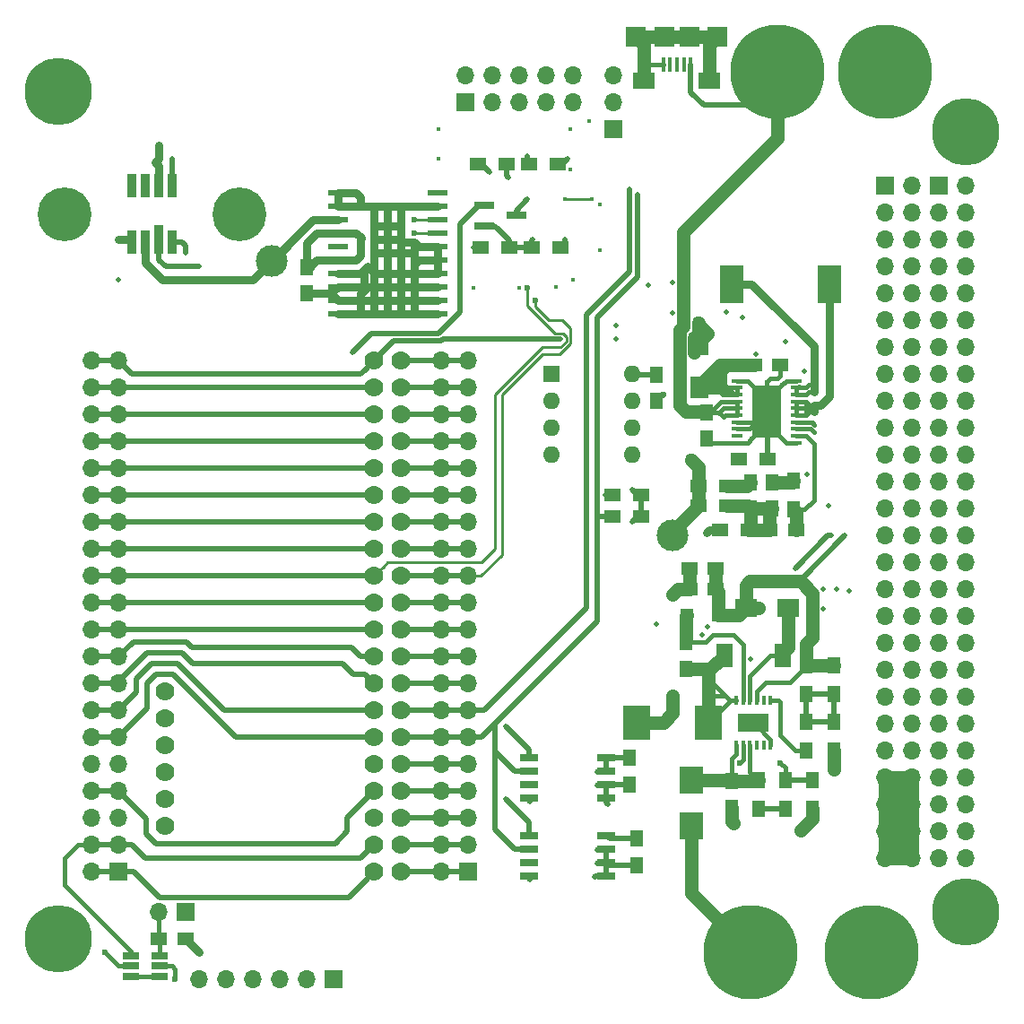
<source format=gbr>
G04 #@! TF.FileFunction,Copper,L1,Top,Signal*
%FSLAX46Y46*%
G04 Gerber Fmt 4.6, Leading zero omitted, Abs format (unit mm)*
G04 Created by KiCad (PCBNEW 4.0.7) date 11/09/17 22:03:39*
%MOMM*%
%LPD*%
G01*
G04 APERTURE LIST*
%ADD10C,0.100000*%
%ADD11R,2.300000X3.600000*%
%ADD12R,1.700000X1.700000*%
%ADD13O,1.700000X1.700000*%
%ADD14R,1.250000X1.500000*%
%ADD15R,1.500000X1.250000*%
%ADD16R,2.300000X2.500000*%
%ADD17R,2.500000X3.300000*%
%ADD18R,1.250000X1.220000*%
%ADD19C,8.890000*%
%ADD20R,0.400000X1.350000*%
%ADD21R,2.100000X1.600000*%
%ADD22R,1.900000X1.900000*%
%ADD23C,3.000000*%
%ADD24R,1.500000X2.200000*%
%ADD25C,1.778000*%
%ADD26R,1.900000X0.800000*%
%ADD27R,1.500000X1.300000*%
%ADD28R,1.700000X2.000000*%
%ADD29R,1.300000X1.500000*%
%ADD30R,2.000000X1.700000*%
%ADD31R,1.950000X0.600000*%
%ADD32R,1.700000X0.650000*%
%ADD33R,1.600000X1.600000*%
%ADD34O,1.600000X1.600000*%
%ADD35R,0.419100X0.889000*%
%ADD36R,2.844800X1.651000*%
%ADD37R,1.560000X0.650000*%
%ADD38R,1.050000X0.450000*%
%ADD39R,2.740000X4.950000*%
%ADD40C,5.080000*%
%ADD41R,0.900000X2.250000*%
%ADD42R,0.900000X2.800000*%
%ADD43C,6.350000*%
%ADD44C,1.270000*%
%ADD45C,0.508000*%
%ADD46C,0.381000*%
%ADD47C,0.600000*%
%ADD48C,1.270000*%
%ADD49C,0.508000*%
%ADD50C,0.762000*%
%ADD51C,0.381000*%
%ADD52C,0.254000*%
G04 APERTURE END LIST*
D10*
D11*
X206646960Y-52679720D03*
X197446960Y-52679720D03*
D12*
X211952960Y-43408720D03*
D13*
X214492960Y-43408720D03*
X211952960Y-45948720D03*
X214492960Y-45948720D03*
X211952960Y-48488720D03*
X214492960Y-48488720D03*
X211952960Y-51028720D03*
X214492960Y-51028720D03*
X211952960Y-53568720D03*
X214492960Y-53568720D03*
X211952960Y-56108720D03*
X214492960Y-56108720D03*
X211952960Y-58648720D03*
X214492960Y-58648720D03*
X211952960Y-61188720D03*
X214492960Y-61188720D03*
X211952960Y-63728720D03*
X214492960Y-63728720D03*
X211952960Y-66268720D03*
X214492960Y-66268720D03*
X211952960Y-68808720D03*
X214492960Y-68808720D03*
X211952960Y-71348720D03*
X214492960Y-71348720D03*
X211952960Y-73888720D03*
X214492960Y-73888720D03*
X211952960Y-76428720D03*
X214492960Y-76428720D03*
X211952960Y-78968720D03*
X214492960Y-78968720D03*
X211952960Y-81508720D03*
X214492960Y-81508720D03*
X211952960Y-84048720D03*
X214492960Y-84048720D03*
X211952960Y-86588720D03*
X214492960Y-86588720D03*
X211952960Y-89128720D03*
X214492960Y-89128720D03*
X211952960Y-91668720D03*
X214492960Y-91668720D03*
X211952960Y-94208720D03*
X214492960Y-94208720D03*
X211952960Y-96748720D03*
X214492960Y-96748720D03*
X211952960Y-99288720D03*
X214492960Y-99288720D03*
X211952960Y-101828720D03*
X214492960Y-101828720D03*
X211952960Y-104368720D03*
X214492960Y-104368720D03*
X211952960Y-106908720D03*
X214492960Y-106908720D03*
D12*
X217032960Y-43408720D03*
D13*
X219572960Y-43408720D03*
X217032960Y-45948720D03*
X219572960Y-45948720D03*
X217032960Y-48488720D03*
X219572960Y-48488720D03*
X217032960Y-51028720D03*
X219572960Y-51028720D03*
X217032960Y-53568720D03*
X219572960Y-53568720D03*
X217032960Y-56108720D03*
X219572960Y-56108720D03*
X217032960Y-58648720D03*
X219572960Y-58648720D03*
X217032960Y-61188720D03*
X219572960Y-61188720D03*
X217032960Y-63728720D03*
X219572960Y-63728720D03*
X217032960Y-66268720D03*
X219572960Y-66268720D03*
X217032960Y-68808720D03*
X219572960Y-68808720D03*
X217032960Y-71348720D03*
X219572960Y-71348720D03*
X217032960Y-73888720D03*
X219572960Y-73888720D03*
X217032960Y-76428720D03*
X219572960Y-76428720D03*
X217032960Y-78968720D03*
X219572960Y-78968720D03*
X217032960Y-81508720D03*
X219572960Y-81508720D03*
X217032960Y-84048720D03*
X219572960Y-84048720D03*
X217032960Y-86588720D03*
X219572960Y-86588720D03*
X217032960Y-89128720D03*
X219572960Y-89128720D03*
X217032960Y-91668720D03*
X219572960Y-91668720D03*
X217032960Y-94208720D03*
X219572960Y-94208720D03*
X217032960Y-96748720D03*
X219572960Y-96748720D03*
X217032960Y-99288720D03*
X219572960Y-99288720D03*
X217032960Y-101828720D03*
X219572960Y-101828720D03*
X217032960Y-104368720D03*
X219572960Y-104368720D03*
X217032960Y-106908720D03*
X219572960Y-106908720D03*
D14*
X157342960Y-51048720D03*
X157342960Y-53548720D03*
X190362960Y-61208720D03*
X190362960Y-63708720D03*
X188457960Y-105023720D03*
X188457960Y-107523720D03*
X187822960Y-97403720D03*
X187822960Y-99903720D03*
D15*
X143392960Y-114528720D03*
X145892960Y-114528720D03*
X199546960Y-60299720D03*
X202046960Y-60299720D03*
D14*
X195061960Y-64764720D03*
X195061960Y-67264720D03*
X197421628Y-99636766D03*
X197421628Y-102136766D03*
X193156960Y-88981720D03*
X193156960Y-86481720D03*
D15*
X195971960Y-79526721D03*
X193471960Y-79526721D03*
X195971960Y-81518760D03*
X193471960Y-81518760D03*
X201050960Y-75920720D03*
X203550960Y-75920720D03*
D14*
X201284960Y-73868720D03*
X201284960Y-71368720D03*
X199252960Y-71368720D03*
X199252960Y-73868720D03*
D16*
X193611628Y-99551720D03*
X193611628Y-103851720D03*
D17*
X195286960Y-94081720D03*
X188486960Y-94081720D03*
D18*
X193231240Y-83921720D03*
X196181240Y-83921720D03*
D12*
X172328960Y-35534720D03*
D13*
X172328960Y-32994720D03*
X174868960Y-35534720D03*
X174868960Y-32994720D03*
X177408960Y-35534720D03*
X177408960Y-32994720D03*
X179948960Y-35534720D03*
X179948960Y-32994720D03*
X182488960Y-35534720D03*
X182488960Y-32994720D03*
D12*
X186298960Y-38074720D03*
D13*
X186298960Y-35534720D03*
X186298960Y-32994720D03*
D12*
X139562960Y-108178720D03*
D13*
X137022960Y-108178720D03*
X139562960Y-105638720D03*
X137022960Y-105638720D03*
X139562960Y-103098720D03*
X137022960Y-103098720D03*
X139562960Y-100558720D03*
X137022960Y-100558720D03*
X139562960Y-98018720D03*
X137022960Y-98018720D03*
X139562960Y-95478720D03*
X137022960Y-95478720D03*
X139562960Y-92938720D03*
X137022960Y-92938720D03*
X139562960Y-90398720D03*
X137022960Y-90398720D03*
X139562960Y-87858720D03*
X137022960Y-87858720D03*
X139562960Y-85318720D03*
X137022960Y-85318720D03*
X139562960Y-82778720D03*
X137022960Y-82778720D03*
X139562960Y-80238720D03*
X137022960Y-80238720D03*
X139562960Y-77698720D03*
X137022960Y-77698720D03*
X139562960Y-75158720D03*
X137022960Y-75158720D03*
X139562960Y-72618720D03*
X137022960Y-72618720D03*
X139562960Y-70078720D03*
X137022960Y-70078720D03*
X139562960Y-67538720D03*
X137022960Y-67538720D03*
X139562960Y-64998720D03*
X137022960Y-64998720D03*
X139562960Y-62458720D03*
X137022960Y-62458720D03*
X139562960Y-59918720D03*
X137022960Y-59918720D03*
D12*
X159882960Y-118338720D03*
D13*
X157342960Y-118338720D03*
X154802960Y-118338720D03*
X152262960Y-118338720D03*
X149722960Y-118338720D03*
X147182960Y-118338720D03*
D12*
X172582960Y-108178720D03*
D13*
X170042960Y-108178720D03*
X172582960Y-105638720D03*
X170042960Y-105638720D03*
X172582960Y-103098720D03*
X170042960Y-103098720D03*
X172582960Y-100558720D03*
X170042960Y-100558720D03*
X172582960Y-98018720D03*
X170042960Y-98018720D03*
X172582960Y-95478720D03*
X170042960Y-95478720D03*
X172582960Y-92938720D03*
X170042960Y-92938720D03*
X172582960Y-90398720D03*
X170042960Y-90398720D03*
X172582960Y-87858720D03*
X170042960Y-87858720D03*
X172582960Y-85318720D03*
X170042960Y-85318720D03*
X172582960Y-82778720D03*
X170042960Y-82778720D03*
X172582960Y-80238720D03*
X170042960Y-80238720D03*
X172582960Y-77698720D03*
X170042960Y-77698720D03*
X172582960Y-75158720D03*
X170042960Y-75158720D03*
X172582960Y-72618720D03*
X170042960Y-72618720D03*
X172582960Y-70078720D03*
X170042960Y-70078720D03*
X172582960Y-67538720D03*
X170042960Y-67538720D03*
X172582960Y-64998720D03*
X170042960Y-64998720D03*
X172582960Y-62458720D03*
X170042960Y-62458720D03*
X172582960Y-59918720D03*
X170042960Y-59918720D03*
D19*
X199252960Y-115798720D03*
X210682960Y-115798720D03*
X201792960Y-32613720D03*
X211952960Y-32613720D03*
D20*
X193582960Y-31978720D03*
X192932960Y-31978720D03*
X192282960Y-31978720D03*
X191632960Y-31978720D03*
X190982960Y-31978720D03*
D21*
X195382960Y-33453720D03*
D22*
X196132960Y-29303720D03*
X193482960Y-29303720D03*
X191082960Y-29303720D03*
X188432960Y-29303720D03*
D21*
X189182960Y-33453720D03*
D23*
X191886960Y-76428720D03*
D12*
X145912960Y-111988720D03*
D13*
X143372960Y-111988720D03*
D23*
X154040960Y-50520720D03*
D24*
X202256960Y-87731720D03*
X196756960Y-87731720D03*
D25*
X163692960Y-108178720D03*
X166232960Y-108178720D03*
X163692960Y-105638720D03*
X166232960Y-105638720D03*
X163692960Y-103098720D03*
X166232960Y-103098720D03*
X163692960Y-100558720D03*
X166232960Y-100558720D03*
X163692960Y-98018720D03*
X166232960Y-98018720D03*
X163692960Y-95478720D03*
X166232960Y-95478720D03*
X163692960Y-92938720D03*
X166232960Y-92938720D03*
X163692960Y-90398720D03*
X166232960Y-90398720D03*
X163692960Y-87858720D03*
X166232960Y-87858720D03*
X163692960Y-85318720D03*
X166232960Y-85318720D03*
X163692960Y-82778720D03*
X166232960Y-82778720D03*
X163692960Y-80238720D03*
X166232960Y-80238720D03*
X163692960Y-77698720D03*
X166232960Y-77698720D03*
X163692960Y-75158720D03*
X166232960Y-75158720D03*
X163692960Y-72618720D03*
X166232960Y-72618720D03*
X163692960Y-70078720D03*
X166232960Y-70078720D03*
X163692960Y-67538720D03*
X166232960Y-67538720D03*
X163692960Y-64998720D03*
X166232960Y-64998720D03*
X163692960Y-62458720D03*
X166232960Y-62458720D03*
X163692960Y-59918720D03*
X166232960Y-59918720D03*
X143912960Y-103868720D03*
X143912960Y-101328720D03*
X143912960Y-98788720D03*
X143912960Y-96248720D03*
X143912960Y-93708720D03*
X143912960Y-91168720D03*
D26*
X174130960Y-45252720D03*
X174130960Y-47152720D03*
X177130960Y-46202720D03*
D27*
X181298960Y-49250720D03*
X178598960Y-49250720D03*
X173772960Y-49250720D03*
X176472960Y-49250720D03*
X178344960Y-41376720D03*
X181044960Y-41376720D03*
X176218960Y-41376720D03*
X173518960Y-41376720D03*
X186218960Y-74650720D03*
X188918960Y-74650720D03*
X186218960Y-72618720D03*
X188918960Y-72618720D03*
X198156960Y-69189720D03*
X200856960Y-69189720D03*
D28*
X194426960Y-62394720D03*
X194426960Y-58394720D03*
D27*
X194346960Y-73634720D03*
X197046960Y-73634720D03*
X199078960Y-75920720D03*
X196378960Y-75920720D03*
D29*
X199961628Y-99536766D03*
X199961628Y-102236766D03*
X202501628Y-102236766D03*
X202501628Y-99536766D03*
X205041628Y-99536766D03*
X205041628Y-102236766D03*
X204461960Y-94001720D03*
X204461960Y-96701720D03*
X207126960Y-94001720D03*
X207126960Y-96701720D03*
X207126960Y-88676721D03*
X207126960Y-91376721D03*
X204461960Y-88676721D03*
X204461960Y-91376721D03*
D30*
X198776960Y-83276680D03*
X202776960Y-83276680D03*
D29*
X203316960Y-71268720D03*
X203316960Y-73968720D03*
D27*
X194346960Y-71729720D03*
X197046960Y-71729720D03*
D31*
X160262960Y-44043720D03*
X160262960Y-45313720D03*
X160262960Y-46583720D03*
X160262960Y-47853720D03*
X160262960Y-49123720D03*
X160262960Y-50393720D03*
X160262960Y-51663720D03*
X160262960Y-52933720D03*
X160262960Y-54203720D03*
X160262960Y-55473720D03*
X169662960Y-55473720D03*
X169662960Y-54203720D03*
X169662960Y-52933720D03*
X169662960Y-51663720D03*
X169662960Y-50393720D03*
X169662960Y-49123720D03*
X169662960Y-47853720D03*
X169662960Y-46583720D03*
X169662960Y-45313720D03*
X169662960Y-44043720D03*
D32*
X178330960Y-104749720D03*
X178330960Y-106019720D03*
X178330960Y-107289720D03*
X178330960Y-108559720D03*
X185630960Y-108559720D03*
X185630960Y-107289720D03*
X185630960Y-106019720D03*
X185630960Y-104749720D03*
X178330960Y-97383720D03*
X178330960Y-98653720D03*
X178330960Y-99923720D03*
X178330960Y-101193720D03*
X185630960Y-101193720D03*
X185630960Y-99923720D03*
X185630960Y-98653720D03*
X185630960Y-97383720D03*
D33*
X180456960Y-61188720D03*
D34*
X188076960Y-68808720D03*
X180456960Y-63728720D03*
X188076960Y-66268720D03*
X180456960Y-66268720D03*
X188076960Y-63728720D03*
X180456960Y-68808720D03*
X188076960Y-61188720D03*
D35*
X197881360Y-96202620D03*
X198531600Y-96202620D03*
X199181840Y-96202620D03*
X199832080Y-96202620D03*
X200482320Y-96202620D03*
X201132560Y-96202620D03*
X201132560Y-91960820D03*
X200482320Y-91960820D03*
X199832080Y-91960820D03*
X199181840Y-91960820D03*
X198531600Y-91960820D03*
X197881360Y-91960820D03*
D36*
X199506960Y-94081720D03*
D37*
X140752960Y-116118720D03*
X140752960Y-117068720D03*
X140752960Y-118018720D03*
X143452960Y-118018720D03*
X143452960Y-116118720D03*
X143452960Y-117068720D03*
D38*
X197976960Y-61819720D03*
X197976960Y-62469720D03*
X197976960Y-63119720D03*
X197976960Y-63769720D03*
X197976960Y-64419720D03*
X197976960Y-65069720D03*
X197976960Y-65719720D03*
X197976960Y-66369720D03*
X197976960Y-67019720D03*
X197976960Y-67669720D03*
X203576960Y-67669720D03*
X203576960Y-67019720D03*
X203576960Y-66369720D03*
X203576960Y-65719720D03*
X203576960Y-65069720D03*
X203576960Y-64419720D03*
X203576960Y-63769720D03*
X203576960Y-63119720D03*
X203576960Y-62469720D03*
X203576960Y-61819720D03*
D39*
X200776960Y-64744720D03*
D40*
X134467960Y-46083720D03*
D41*
X144622960Y-43408720D03*
X143372960Y-43408720D03*
X142072960Y-43408720D03*
X140822960Y-43408720D03*
X140822960Y-48758720D03*
X142072960Y-48758720D03*
D42*
X143372960Y-48483720D03*
D41*
X144622960Y-48758720D03*
D40*
X150977960Y-46083720D03*
D43*
X133847960Y-34518720D03*
X219572960Y-38328720D03*
X133847960Y-114528720D03*
X219572960Y-111988720D03*
D44*
X193944371Y-59156720D03*
D45*
X191861550Y-52552720D03*
D44*
X194325370Y-56362720D03*
X193944371Y-57782741D03*
D46*
X180837960Y-52933720D03*
D45*
X204332960Y-60934720D03*
X198490960Y-55854720D03*
X207380960Y-81508720D03*
X194680960Y-85826720D03*
D44*
X195188960Y-57378720D03*
D45*
X188076960Y-72110720D03*
X188076960Y-75158720D03*
D46*
X176392960Y-42646720D03*
X184774960Y-98780720D03*
X173090960Y-53060720D03*
X185028960Y-49504720D03*
X184012960Y-37312720D03*
X169788960Y-38074720D03*
D45*
X158299450Y-47853720D03*
X158299450Y-50393720D03*
X162454737Y-48351908D03*
X139562960Y-48488720D03*
X157342960Y-49536720D03*
X162422960Y-49970720D03*
X191861550Y-55416390D03*
D47*
X190997960Y-63093720D03*
D45*
X202554960Y-58140720D03*
X196966960Y-55346720D03*
X199760960Y-59268318D03*
X189600960Y-52806720D03*
X186552960Y-57886720D03*
X186552960Y-56616720D03*
X204586960Y-70626720D03*
X206618958Y-73634720D03*
X208523960Y-81635720D03*
X190362960Y-84810720D03*
X195188960Y-85064720D03*
X199252960Y-88112720D03*
D46*
X175376960Y-47472720D03*
X181980960Y-40868720D03*
X176392960Y-48488720D03*
X178678960Y-48488720D03*
X184774960Y-106146720D03*
X184774960Y-107416720D03*
X184520960Y-108686720D03*
X178424960Y-108940720D03*
X184774960Y-100050720D03*
X185790960Y-101828720D03*
X178424960Y-101574720D03*
X182234960Y-41884720D03*
X182488960Y-52298720D03*
X185028960Y-45186720D03*
X182234964Y-38074720D03*
X169788960Y-40868724D03*
X177408962Y-53060720D03*
D47*
X195061960Y-76174720D03*
D46*
X200776960Y-64744720D03*
X200776960Y-61888720D03*
X199341960Y-62204720D03*
X202211960Y-62204720D03*
X202046960Y-67119720D03*
X198871960Y-65719720D03*
X199151960Y-66369720D03*
X199341960Y-67284720D03*
X196966960Y-67669720D03*
X190362960Y-31978720D03*
D47*
X195382960Y-30708720D03*
X195382960Y-31978720D03*
X193482960Y-29303720D03*
X191082960Y-29303720D03*
X189182960Y-30708720D03*
X189182960Y-31978720D03*
D46*
X200141960Y-94716720D03*
X200776960Y-95351720D03*
X201132560Y-95707320D03*
D47*
X199506960Y-94081720D03*
X207126960Y-98526720D03*
X203951960Y-104241720D03*
X197601960Y-103606720D03*
X191886960Y-82016720D03*
X191886960Y-91541720D03*
D45*
X163048393Y-51038287D03*
X162730926Y-53247941D03*
X143052835Y-41201595D03*
X139562960Y-52298720D03*
X143372960Y-40868720D03*
X143372960Y-39598720D03*
X162422960Y-54203720D03*
X161999960Y-44043720D03*
X167502960Y-55473720D03*
X167502960Y-54203720D03*
X167502960Y-52933720D03*
X167502960Y-51663720D03*
X167502960Y-49758720D03*
X167502960Y-48700720D03*
X167502960Y-45313720D03*
X162422960Y-45313720D03*
X162422960Y-55473720D03*
D47*
X138292960Y-115798720D03*
X147182960Y-115798720D03*
D45*
X203472960Y-79508720D03*
X206872960Y-76428720D03*
D44*
X193156960Y-64744720D03*
D46*
X205272294Y-65950904D03*
X196712960Y-65252718D03*
D44*
X196331960Y-62204720D03*
X193664960Y-69316720D03*
D45*
X208142960Y-76428720D03*
D44*
X200014960Y-83286720D03*
D46*
X201284960Y-73868720D03*
X205221960Y-66649720D03*
D47*
X167502960Y-47853720D03*
D45*
X187822960Y-50012720D03*
X183758960Y-55600720D03*
X206110960Y-81508720D03*
X183758960Y-83286720D03*
X183758960Y-72618720D03*
X185536960Y-72618720D03*
D46*
X176138960Y-94462720D03*
X176138960Y-90906720D03*
X176138960Y-101320720D03*
X183758960Y-68808720D03*
X187822960Y-43690720D03*
D47*
X167502960Y-46583720D03*
D45*
X188584960Y-49250720D03*
X187314960Y-53314720D03*
X206110960Y-83332720D03*
X184774960Y-84556720D03*
D46*
X184774960Y-66268720D03*
X188584960Y-44190720D03*
X174614960Y-42138720D03*
X178170960Y-44678720D03*
X184266960Y-44678720D03*
X181726960Y-44678720D03*
D45*
X144642960Y-40868720D03*
X145912960Y-49758720D03*
X147182960Y-51028720D03*
D47*
X178170960Y-53060720D03*
X144914034Y-118338720D03*
D46*
X161660960Y-59156720D03*
X181307870Y-57886720D03*
D47*
X178932960Y-54203720D03*
D46*
X181726960Y-48488720D03*
X173090960Y-49190720D03*
X178170960Y-40614720D03*
D47*
X202046960Y-97891720D03*
X198236960Y-97891720D03*
D48*
X194426960Y-58394720D02*
X193944371Y-58877309D01*
X194325370Y-57401742D02*
X193944371Y-57782741D01*
X194426960Y-58394720D02*
X193944371Y-57912131D01*
X194325370Y-56515130D02*
X194325370Y-56362720D01*
X195188960Y-57378720D02*
X194325370Y-56515130D01*
X193944371Y-57782741D02*
X193944371Y-59156720D01*
X193944371Y-57912131D02*
X193944371Y-57782741D01*
X194325370Y-56362720D02*
X194325370Y-57401742D01*
X193944371Y-58877309D02*
X193944371Y-59156720D01*
D49*
X185630960Y-97383720D02*
X187802960Y-97383720D01*
X187802960Y-97383720D02*
X187822960Y-97403720D01*
X188457960Y-105023720D02*
X185904960Y-105023720D01*
X185904960Y-105023720D02*
X185630960Y-104749720D01*
X190362960Y-61208720D02*
X188096960Y-61208720D01*
X188096960Y-61208720D02*
X188076960Y-61188720D01*
D48*
X194426960Y-58394720D02*
X194426960Y-58140720D01*
X194426960Y-58140720D02*
X195188960Y-57378720D01*
D49*
X188918960Y-72618720D02*
X188584960Y-72618720D01*
X188584960Y-72618720D02*
X188076960Y-72110720D01*
X188918960Y-74650720D02*
X188584960Y-74650720D01*
X188584960Y-74650720D02*
X188076960Y-75158720D01*
X188918960Y-72618720D02*
X188918960Y-74650720D01*
X176218960Y-41376720D02*
X176218960Y-42472720D01*
X176218960Y-42472720D02*
X176392960Y-42646720D01*
X185630960Y-98653720D02*
X184901960Y-98653720D01*
X184901960Y-98653720D02*
X184774960Y-98780720D01*
X185630960Y-98653720D02*
X185630960Y-97383720D01*
D50*
X158045451Y-48107719D02*
X158299450Y-47853720D01*
X157342960Y-49536720D02*
X157342960Y-48810210D01*
X160262960Y-47853720D02*
X158299450Y-47853720D01*
X158045451Y-50647719D02*
X158299450Y-50393720D01*
X157342960Y-51048720D02*
X157644450Y-51048720D01*
X160262960Y-50393720D02*
X158299450Y-50393720D01*
X157644450Y-51048720D02*
X158045451Y-50647719D01*
X157342960Y-48810210D02*
X158045451Y-48107719D01*
X162422960Y-48383685D02*
X162454737Y-48351908D01*
X162454737Y-48308497D02*
X162454737Y-48351908D01*
X162422960Y-49970720D02*
X162422960Y-48383685D01*
X161999960Y-47853720D02*
X162454737Y-48308497D01*
X160262960Y-47853720D02*
X161999960Y-47853720D01*
X139562960Y-48488720D02*
X140552960Y-48488720D01*
X140552960Y-48488720D02*
X140822960Y-48758720D01*
X157342960Y-49536720D02*
X157342960Y-51048720D01*
X162422960Y-49970720D02*
X161999960Y-50393720D01*
X161999960Y-50393720D02*
X160262960Y-50393720D01*
D49*
X185630960Y-99923720D02*
X187802960Y-99923720D01*
X187802960Y-99923720D02*
X187822960Y-99903720D01*
X188457960Y-107523720D02*
X185864960Y-107523720D01*
X185864960Y-107523720D02*
X185630960Y-107289720D01*
X190362960Y-63708720D02*
X190382960Y-63708720D01*
X190382960Y-63708720D02*
X190997960Y-63093720D01*
D50*
X167143750Y-48700720D02*
X167502960Y-48700720D01*
X166444960Y-48700720D02*
X167143750Y-48700720D01*
X166232960Y-48488720D02*
X166444960Y-48700720D01*
D49*
X200856960Y-69189720D02*
X200856960Y-64824720D01*
X200856960Y-64824720D02*
X200776960Y-64744720D01*
X175376960Y-47472720D02*
X176392960Y-48488720D01*
X175056960Y-47152720D02*
X175376960Y-47472720D01*
X174130960Y-47152720D02*
X175056960Y-47152720D01*
X181044960Y-41376720D02*
X181472960Y-41376720D01*
X181472960Y-41376720D02*
X181980960Y-40868720D01*
X176472960Y-49250720D02*
X176472960Y-48568720D01*
X176472960Y-48568720D02*
X176392960Y-48488720D01*
X176472960Y-49250720D02*
X178598960Y-49250720D01*
X178598960Y-49250720D02*
X178598960Y-48568720D01*
X178598960Y-48568720D02*
X178678960Y-48488720D01*
X185630960Y-106019720D02*
X184901960Y-106019720D01*
X184901960Y-106019720D02*
X184774960Y-106146720D01*
X185630960Y-107289720D02*
X184901960Y-107289720D01*
X184901960Y-107289720D02*
X184774960Y-107416720D01*
X185630960Y-108559720D02*
X184647960Y-108559720D01*
X184647960Y-108559720D02*
X184520960Y-108686720D01*
X178330960Y-108559720D02*
X178330960Y-108846720D01*
X178330960Y-108846720D02*
X178424960Y-108940720D01*
X185630960Y-99923720D02*
X184901960Y-99923720D01*
X184901960Y-99923720D02*
X184774960Y-100050720D01*
X185630960Y-101193720D02*
X185630960Y-101668720D01*
X185630960Y-101668720D02*
X185790960Y-101828720D01*
X178330960Y-101193720D02*
X178330960Y-101480720D01*
X178330960Y-101480720D02*
X178424960Y-101574720D01*
X185630960Y-107289720D02*
X185630960Y-108559720D01*
X185630960Y-106019720D02*
X185630960Y-107289720D01*
X185630960Y-99923720D02*
X185630960Y-101193720D01*
D50*
X196378960Y-75920720D02*
X195315960Y-75920720D01*
X195315960Y-75920720D02*
X195061960Y-76174720D01*
D51*
X194961960Y-67364720D02*
X195061960Y-67264720D01*
X199341960Y-62204720D02*
X200776960Y-63639720D01*
X198956960Y-61819720D02*
X199341960Y-62204720D01*
X202211960Y-62204720D02*
X200776960Y-63639720D01*
X202596960Y-61819720D02*
X202211960Y-62204720D01*
X202596960Y-67669720D02*
X202046960Y-67119720D01*
X200776960Y-64744720D02*
X200776960Y-65849720D01*
X200776960Y-65849720D02*
X202046960Y-67119720D01*
X198871960Y-65719720D02*
X199801960Y-65719720D01*
X197976960Y-65719720D02*
X198871960Y-65719720D01*
X199341960Y-67284720D02*
X200776960Y-65849720D01*
X198956960Y-67669720D02*
X199341960Y-67284720D01*
X196966960Y-67669720D02*
X197976960Y-67669720D01*
X195466960Y-67669720D02*
X196966960Y-67669720D01*
X195061960Y-67264720D02*
X195466960Y-67669720D01*
X201782960Y-61569720D02*
X201095960Y-61569720D01*
X201095960Y-61569720D02*
X200776960Y-61888720D01*
X200776960Y-61888720D02*
X200776960Y-64744720D01*
X202046960Y-60299720D02*
X202046960Y-61305720D01*
X202046960Y-61305720D02*
X201782960Y-61569720D01*
X203576960Y-61819720D02*
X202596960Y-61819720D01*
X200776960Y-63639720D02*
X200776960Y-64744720D01*
X197976960Y-61819720D02*
X198956960Y-61819720D01*
X203576960Y-67669720D02*
X202596960Y-67669720D01*
X197976960Y-67669720D02*
X198956960Y-67669720D01*
X197976960Y-66369720D02*
X199151960Y-66369720D01*
X199151960Y-66369720D02*
X200776960Y-64744720D01*
X199801960Y-65719720D02*
X200776960Y-64744720D01*
X190362960Y-31978720D02*
X189182960Y-31978720D01*
X190982960Y-31978720D02*
X190362960Y-31978720D01*
D48*
X195382960Y-30708720D02*
X195382960Y-30053720D01*
X195382960Y-31978720D02*
X195382960Y-30708720D01*
X195382960Y-33453720D02*
X195382960Y-31978720D01*
X189182960Y-30708720D02*
X189182960Y-30053720D01*
X189182960Y-31978720D02*
X189182960Y-30708720D01*
X189182960Y-33453720D02*
X189182960Y-31978720D01*
X189182960Y-30053720D02*
X188432960Y-29303720D01*
X195382960Y-30053720D02*
X196132960Y-29303720D01*
X193482960Y-29303720D02*
X196132960Y-29303720D01*
X191082960Y-29303720D02*
X193482960Y-29303720D01*
X188432960Y-29303720D02*
X191082960Y-29303720D01*
D51*
X200776960Y-95351720D02*
X200141960Y-94716720D01*
X199506960Y-94081720D02*
X200141960Y-94716720D01*
X201132560Y-95707320D02*
X200776960Y-95351720D01*
X201132560Y-96202620D02*
X201132560Y-95707320D01*
D48*
X207126960Y-96701720D02*
X207126960Y-98526720D01*
X205041628Y-102236766D02*
X205041628Y-103152052D01*
X205041628Y-103152052D02*
X203951960Y-104241720D01*
X197421628Y-102136766D02*
X197421628Y-103426388D01*
X197421628Y-103426388D02*
X197601960Y-103606720D01*
X193471960Y-81518760D02*
X192384920Y-81518760D01*
X192384920Y-81518760D02*
X191886960Y-82016720D01*
X193471960Y-79526721D02*
X193471960Y-81518760D01*
X191886960Y-93201720D02*
X191886960Y-91541720D01*
X188486960Y-94081720D02*
X191006960Y-94081720D01*
X191006960Y-94081720D02*
X191886960Y-93201720D01*
D50*
X162984925Y-52993942D02*
X162730926Y-53247941D01*
X162476927Y-53501940D02*
X162730926Y-53247941D01*
X163302392Y-51292286D02*
X163048393Y-51038287D01*
X160262960Y-51663720D02*
X162422960Y-51663720D01*
X162422960Y-51663720D02*
X162794394Y-51292286D01*
X162416705Y-52933720D02*
X162476927Y-52993942D01*
X160262960Y-52933720D02*
X162416705Y-52933720D01*
X162476927Y-52993942D02*
X162730926Y-53247941D01*
X162422960Y-53555907D02*
X162476927Y-53501940D01*
X163692960Y-52933720D02*
X163045147Y-52933720D01*
X162794394Y-51292286D02*
X163048393Y-51038287D01*
X162422960Y-54203720D02*
X162422960Y-53555907D01*
X163692960Y-51663720D02*
X163673826Y-51663720D01*
X163673826Y-51663720D02*
X163302392Y-51292286D01*
X163045147Y-52933720D02*
X162984925Y-52993942D01*
X162730926Y-53247941D02*
X162730926Y-51355754D01*
X162730926Y-51355754D02*
X162794394Y-51292286D01*
X143372960Y-41521720D02*
X143052835Y-41201595D01*
X143372960Y-43408720D02*
X143372960Y-41521720D01*
X143372960Y-40868720D02*
X143052835Y-41188845D01*
X143052835Y-41188845D02*
X143052835Y-41201595D01*
X157342960Y-53548720D02*
X159647960Y-53548720D01*
X159647960Y-53548720D02*
X160262960Y-52933720D01*
X157342960Y-53548720D02*
X159607960Y-53548720D01*
X159607960Y-53548720D02*
X160262960Y-54203720D01*
X143372960Y-40868720D02*
X143372960Y-39598720D01*
X167502960Y-49758720D02*
X167502960Y-51028720D01*
X167502960Y-51028720D02*
X167502960Y-51663720D01*
X169662960Y-50393720D02*
X167925960Y-50393720D01*
X167925960Y-50393720D02*
X167502960Y-50816720D01*
X167502960Y-50816720D02*
X167502960Y-51028720D01*
X161999960Y-45313720D02*
X162422960Y-45313720D01*
X162422960Y-45313720D02*
X163692960Y-45313720D01*
X160262960Y-44043720D02*
X161999960Y-44043720D01*
X161999960Y-44043720D02*
X162422960Y-44466720D01*
X162422960Y-44466720D02*
X162422960Y-45313720D01*
X167502960Y-48700720D02*
X167502960Y-49758720D01*
X166232960Y-49758720D02*
X167502960Y-49758720D01*
X166232960Y-51663720D02*
X166232960Y-49758720D01*
X166232960Y-49758720D02*
X166232960Y-48488720D01*
X164962960Y-49758720D02*
X166232960Y-49758720D01*
X163692960Y-49758720D02*
X163692960Y-48488720D01*
X163692960Y-51663720D02*
X163692960Y-49758720D01*
X163692960Y-49758720D02*
X164962960Y-49758720D01*
X164962960Y-48488720D02*
X164962960Y-49758720D01*
X164962960Y-49758720D02*
X164962960Y-51663720D01*
X166232960Y-48488720D02*
X166232960Y-47218720D01*
X166232960Y-48488720D02*
X164962960Y-48488720D01*
X163692960Y-48488720D02*
X163692960Y-47218720D01*
X164962960Y-47218720D02*
X164962960Y-48488720D01*
X163692960Y-48488720D02*
X164962960Y-48488720D01*
X163692960Y-47218720D02*
X163692960Y-45313720D01*
X164962960Y-47218720D02*
X163692960Y-47218720D01*
X164962960Y-45313720D02*
X164962960Y-47218720D01*
X166232960Y-47218720D02*
X164962960Y-47218720D01*
X166232960Y-47218720D02*
X166232960Y-45313720D01*
X162422960Y-55473720D02*
X160262960Y-55473720D01*
X163692960Y-55473720D02*
X162422960Y-55473720D01*
X161999960Y-54203720D02*
X162422960Y-54203720D01*
X162422960Y-54203720D02*
X163692960Y-54203720D01*
X162422960Y-55473720D02*
X162422960Y-54203720D01*
X163692960Y-45313720D02*
X164962960Y-45313720D01*
X163692960Y-52933720D02*
X163692960Y-51663720D01*
X163692960Y-51663720D02*
X164962960Y-51663720D01*
X163692960Y-52933720D02*
X164962960Y-52933720D01*
X163692960Y-54203720D02*
X163692960Y-52933720D01*
X163692960Y-54203720D02*
X164962960Y-54203720D01*
X164962960Y-55473720D02*
X163692960Y-55473720D01*
X163692960Y-55473720D02*
X163692960Y-54203720D01*
X166232960Y-55473720D02*
X164962960Y-55473720D01*
X164962960Y-54203720D02*
X164962960Y-55473720D01*
X164962960Y-54203720D02*
X166232960Y-54203720D01*
X164962960Y-52933720D02*
X164962960Y-54203720D01*
X164962960Y-52933720D02*
X166232960Y-52933720D01*
X164962960Y-51663720D02*
X164962960Y-52933720D01*
X164962960Y-45313720D02*
X166232960Y-45313720D01*
X164962960Y-51663720D02*
X166232960Y-51663720D01*
X166232960Y-45313720D02*
X167502960Y-45313720D01*
X166232960Y-51663720D02*
X167502960Y-51663720D01*
X166232960Y-52933720D02*
X166232960Y-51663720D01*
X166232960Y-52933720D02*
X167502960Y-52933720D01*
X166232960Y-54203720D02*
X166232960Y-52933720D01*
X167502960Y-55473720D02*
X166232960Y-55473720D01*
X166232960Y-54203720D02*
X167502960Y-54203720D01*
X166232960Y-55473720D02*
X166232960Y-54203720D01*
X167925960Y-55473720D02*
X167502960Y-55473720D01*
X167502960Y-54203720D02*
X167502960Y-55473720D01*
X167502960Y-54203720D02*
X169662960Y-54203720D01*
X167502960Y-52933720D02*
X167502960Y-54203720D01*
X167502960Y-52933720D02*
X169662960Y-52933720D01*
X167502960Y-51663720D02*
X167502960Y-52933720D01*
X167502960Y-51663720D02*
X169662960Y-51663720D01*
X167502960Y-45313720D02*
X169662960Y-45313720D01*
X169662960Y-49123720D02*
X167925960Y-49123720D01*
X167925960Y-49123720D02*
X167502960Y-48700720D01*
X169662960Y-55473720D02*
X167925960Y-55473720D01*
X160262960Y-54203720D02*
X161999960Y-54203720D01*
X169662960Y-50393720D02*
X169662960Y-49123720D01*
X169662960Y-51663720D02*
X169662960Y-50393720D01*
X160262960Y-45313720D02*
X161999960Y-45313720D01*
X160262960Y-44043720D02*
X160262960Y-45313720D01*
D51*
X140752960Y-117068720D02*
X139562960Y-117068720D01*
X139562960Y-117068720D02*
X138292960Y-115798720D01*
D50*
X145912960Y-114528720D02*
X147182960Y-115798720D01*
X145892960Y-114528720D02*
X145912960Y-114528720D01*
D51*
X143392960Y-114528720D02*
X143392960Y-112008720D01*
X143392960Y-112008720D02*
X143372960Y-111988720D01*
X143452960Y-116118720D02*
X143452960Y-114608720D01*
X143452960Y-114608720D02*
X143372960Y-114528720D01*
D48*
X201792960Y-32613720D02*
X201792960Y-38899899D01*
X192521961Y-57032397D02*
X192521961Y-64109721D01*
X201792960Y-38899899D02*
X192902960Y-47789899D01*
X192902960Y-47789899D02*
X192902960Y-56651398D01*
X192902960Y-56651398D02*
X192521961Y-57032397D01*
X192521961Y-64109721D02*
X193156960Y-64744720D01*
D49*
X206872960Y-76428720D02*
X206552960Y-76428720D01*
X206552960Y-76428720D02*
X203472960Y-79508720D01*
D48*
X193156960Y-64744720D02*
X195041960Y-64744720D01*
X195041960Y-64744720D02*
X195061960Y-64764720D01*
X214492960Y-104368720D02*
X211952960Y-106908720D01*
X214492960Y-106908720D02*
X211952960Y-104368720D01*
X211952960Y-101828720D02*
X214492960Y-104368720D01*
X214492960Y-101828720D02*
X211952960Y-104368720D01*
X211952960Y-99288720D02*
X214492960Y-101828720D01*
X214492960Y-99288720D02*
X211952960Y-101828720D01*
X214492960Y-104368720D02*
X214492960Y-101828720D01*
X211952960Y-106908720D02*
X211952960Y-104368720D01*
X214492960Y-106908720D02*
X211952960Y-106908720D01*
X214492960Y-104368720D02*
X214492960Y-106908720D01*
X211952960Y-104368720D02*
X214492960Y-104368720D01*
X211952960Y-101828720D02*
X211952960Y-104368720D01*
X211952960Y-99288720D02*
X211952960Y-101828720D01*
X214492960Y-101828720D02*
X211952960Y-101828720D01*
X214492960Y-99288720D02*
X214492960Y-101828720D01*
X211952960Y-99288720D02*
X214492960Y-99288720D01*
D51*
X205041110Y-65719720D02*
X205081795Y-65760405D01*
X203576960Y-65719720D02*
X205041110Y-65719720D01*
X205081795Y-65760405D02*
X205272294Y-65950904D01*
X196895958Y-65069720D02*
X196712960Y-65252718D01*
X197976960Y-65069720D02*
X196895958Y-65069720D01*
X196522461Y-65062219D02*
X196712960Y-65252718D01*
X196224960Y-64764720D02*
X196522461Y-65062219D01*
X195432960Y-64764720D02*
X196224960Y-64764720D01*
X195061960Y-64764720D02*
X196224960Y-64764720D01*
X195061960Y-64764720D02*
X195432960Y-64764720D01*
X195061960Y-64764720D02*
X196311960Y-64764720D01*
X195432960Y-64764720D02*
X196427960Y-63769720D01*
X196427960Y-63769720D02*
X197976960Y-63769720D01*
X196311960Y-64764720D02*
X196656960Y-64419720D01*
X196656960Y-64419720D02*
X197976960Y-64419720D01*
X197976960Y-64419720D02*
X197976960Y-65069720D01*
X197976960Y-63769720D02*
X197976960Y-64419720D01*
D49*
X193582960Y-31978720D02*
X193582960Y-34563720D01*
X193582960Y-34563720D02*
X194807960Y-35788720D01*
X194807960Y-35788720D02*
X198617960Y-35788720D01*
X198617960Y-35788720D02*
X201792960Y-32613720D01*
D48*
X191886960Y-76428720D02*
X191886960Y-76094720D01*
X191886960Y-76094720D02*
X194346960Y-73634720D01*
D51*
X197070960Y-63119720D02*
X196611960Y-63119720D01*
X196611960Y-63119720D02*
X196141960Y-62649720D01*
X196141960Y-62649720D02*
X196141960Y-62394720D01*
X197070960Y-63119720D02*
X197070960Y-62943720D01*
X197070960Y-62943720D02*
X196331960Y-62204720D01*
D48*
X194426960Y-62394720D02*
X196141960Y-62394720D01*
X196141960Y-62394720D02*
X196331960Y-62204720D01*
X194426960Y-62394720D02*
X194426960Y-62244720D01*
X196371960Y-60299720D02*
X196966960Y-60299720D01*
X194426960Y-62244720D02*
X196371960Y-60299720D01*
X194346960Y-71729720D02*
X194346960Y-69998720D01*
X194346960Y-69998720D02*
X193664960Y-69316720D01*
X194346960Y-73634720D02*
X194346960Y-71729720D01*
D51*
X197070960Y-63119720D02*
X197070960Y-62469720D01*
X197070960Y-63119720D02*
X196790960Y-62839720D01*
X196790960Y-62839720D02*
X196331960Y-62380720D01*
X197976960Y-62469720D02*
X197070960Y-62469720D01*
X197070960Y-62469720D02*
X196790960Y-62749720D01*
X196790960Y-62749720D02*
X196790960Y-62839720D01*
X197976960Y-63119720D02*
X197676960Y-63119720D01*
X197676960Y-63119720D02*
X197070960Y-62513720D01*
X197070960Y-62513720D02*
X197070960Y-62469720D01*
X197976960Y-62469720D02*
X197976960Y-63119720D01*
X197070960Y-62469720D02*
X196805960Y-62204720D01*
X196805960Y-62204720D02*
X196331960Y-62204720D01*
X197976960Y-63119720D02*
X197070960Y-63119720D01*
X196331960Y-62380720D02*
X196331960Y-62204720D01*
D48*
X196331960Y-60934720D02*
X196331960Y-62204720D01*
X196966960Y-60299720D02*
X196331960Y-60934720D01*
X197526960Y-60299720D02*
X196966960Y-60299720D01*
X199546960Y-60299720D02*
X197526960Y-60299720D01*
D51*
X197881360Y-97028120D02*
X197421628Y-97487852D01*
X197881360Y-96202620D02*
X197881360Y-97028120D01*
X197421628Y-97487852D02*
X197421628Y-99636766D01*
X199181840Y-96202620D02*
X199181840Y-98756978D01*
X199181840Y-98756978D02*
X199961628Y-99536766D01*
D48*
X193611628Y-99551720D02*
X197336582Y-99551720D01*
X197336582Y-99551720D02*
X197421628Y-99636766D01*
X197421628Y-99636766D02*
X199861628Y-99636766D01*
X199861628Y-99636766D02*
X199961628Y-99536766D01*
D51*
X197881360Y-91960820D02*
X197290810Y-91960820D01*
X197290810Y-91960820D02*
X195286960Y-89956970D01*
X195286960Y-89956970D02*
X195286960Y-89201720D01*
D48*
X195286960Y-94081720D02*
X195286960Y-91541720D01*
X195286960Y-91541720D02*
X195286960Y-89201720D01*
D51*
X197290810Y-91960820D02*
X196871710Y-91541720D01*
X196871710Y-91541720D02*
X195286960Y-91541720D01*
X197881360Y-91960820D02*
X197407860Y-91960820D01*
X197407860Y-91960820D02*
X195286960Y-94081720D01*
D48*
X193156960Y-88981720D02*
X195066960Y-88981720D01*
X195066960Y-88981720D02*
X195286960Y-89201720D01*
X195286960Y-89201720D02*
X196756960Y-87731720D01*
X193131559Y-84021401D02*
X193231240Y-83921720D01*
X193131559Y-86456319D02*
X193131559Y-84021401D01*
X193156960Y-86481720D02*
X193131559Y-86456319D01*
D51*
X195696960Y-85826720D02*
X195041960Y-86481720D01*
X195041960Y-86481720D02*
X193156960Y-86481720D01*
X197601960Y-85826720D02*
X195696960Y-85826720D01*
X198531600Y-86756360D02*
X197601960Y-85826720D01*
X198531600Y-91960820D02*
X198531600Y-86756360D01*
D48*
X204461960Y-86656721D02*
X204461960Y-88676721D01*
X205069559Y-81864319D02*
X205069559Y-86049122D01*
X203951960Y-80746720D02*
X205069559Y-81864319D01*
X205069559Y-86049122D02*
X204461960Y-86656721D01*
D49*
X208142960Y-76428720D02*
X203951960Y-80619720D01*
X203951960Y-80619720D02*
X203951960Y-80746720D01*
D48*
X198776960Y-83276680D02*
X200004920Y-83276680D01*
X200004920Y-83276680D02*
X200014960Y-83286720D01*
X204461960Y-88676721D02*
X207126960Y-88676721D01*
X199186920Y-80746720D02*
X203951960Y-80746720D01*
X198776960Y-83276680D02*
X198776960Y-81156680D01*
X198776960Y-81156680D02*
X199186920Y-80746720D01*
D50*
X198926960Y-83276680D02*
X198776960Y-83276680D01*
D51*
X202966961Y-90271720D02*
X200695680Y-90271720D01*
X200695680Y-90271720D02*
X199832080Y-91135320D01*
X199832080Y-91135320D02*
X199832080Y-91960820D01*
X204461960Y-88676721D02*
X204461960Y-88776721D01*
X204461960Y-88776721D02*
X202966961Y-90271720D01*
D48*
X195971960Y-81518760D02*
X195971960Y-79526721D01*
X196181240Y-83921720D02*
X196181240Y-81728040D01*
X196181240Y-81728040D02*
X195971960Y-81518760D01*
X196181240Y-83921720D02*
X198131920Y-83921720D01*
X198131920Y-83921720D02*
X198776960Y-83276680D01*
D51*
X203576960Y-66369720D02*
X204941960Y-66369720D01*
X204941960Y-66369720D02*
X205221960Y-66649720D01*
D48*
X199252960Y-73868720D02*
X199252960Y-75746720D01*
X199252960Y-75746720D02*
X199078960Y-75920720D01*
X201050960Y-75920720D02*
X199078960Y-75920720D01*
X201050960Y-75920720D02*
X201050960Y-74102720D01*
X201050960Y-74102720D02*
X201284960Y-73868720D01*
X199252960Y-73868720D02*
X201284960Y-73868720D01*
X197046960Y-73634720D02*
X199018960Y-73634720D01*
X199018960Y-73634720D02*
X199252960Y-73868720D01*
D51*
X205221960Y-73094720D02*
X205221960Y-67758720D01*
X205221960Y-67758720D02*
X204482960Y-67019720D01*
X204482960Y-67019720D02*
X203576960Y-67019720D01*
X203316960Y-73968720D02*
X204347960Y-73968720D01*
X204347960Y-73968720D02*
X205221960Y-73094720D01*
D48*
X203550960Y-75920720D02*
X203550960Y-74202720D01*
X203550960Y-74202720D02*
X203316960Y-73968720D01*
X201284960Y-71368720D02*
X203216960Y-71368720D01*
X203216960Y-71368720D02*
X203316960Y-71268720D01*
X197046960Y-71729720D02*
X198891960Y-71729720D01*
X198891960Y-71729720D02*
X199252960Y-71368720D01*
X199252960Y-115798720D02*
X193611628Y-110157388D01*
X193611628Y-110157388D02*
X193611628Y-103851720D01*
X199252960Y-115798720D02*
X199252960Y-113049052D01*
D52*
X169662960Y-47853720D02*
X167502960Y-47853720D01*
D49*
X187822960Y-49250720D02*
X187822960Y-43690720D01*
X187822960Y-50012720D02*
X187822960Y-49250720D01*
X187822960Y-51536720D02*
X187822960Y-50012720D01*
X183758960Y-83286720D02*
X183758960Y-56362720D01*
X183758960Y-55600720D02*
X183758960Y-56362720D01*
X183758960Y-72618720D02*
X183758960Y-68808720D01*
X183758960Y-83286720D02*
X183758960Y-68808720D01*
X183758960Y-55600720D02*
X187822960Y-51536720D01*
X186218960Y-72618720D02*
X185536960Y-72618720D01*
X178330960Y-97383720D02*
X178330960Y-96654720D01*
X178330960Y-96654720D02*
X176138960Y-94462720D01*
X176138960Y-90906720D02*
X174106960Y-92938720D01*
X178330960Y-104749720D02*
X178330960Y-103512720D01*
X178330960Y-103512720D02*
X176138960Y-101320720D01*
X172582960Y-92938720D02*
X174106960Y-92938720D01*
X174106960Y-92938720D02*
X183758960Y-83286720D01*
X170042960Y-92938720D02*
X172582960Y-92938720D01*
X166232960Y-92938720D02*
X170042960Y-92938720D01*
D52*
X169662960Y-46583720D02*
X167502960Y-46583720D01*
D49*
X188584960Y-48742720D02*
X188584960Y-44190720D01*
X188584960Y-49250720D02*
X188584960Y-48742720D01*
X188584960Y-52044720D02*
X188584960Y-49250720D01*
X187314960Y-53314720D02*
X188584960Y-52044720D01*
X184774960Y-55854720D02*
X187314960Y-53314720D01*
X184774960Y-66268720D02*
X184774960Y-74650720D01*
X184774960Y-83794720D02*
X184774960Y-74650720D01*
X184774960Y-84556720D02*
X184774960Y-83794720D01*
X184774960Y-74650720D02*
X184774960Y-55854720D01*
X186218960Y-74650720D02*
X184774960Y-74650720D01*
X175122960Y-104169720D02*
X175122960Y-96748720D01*
X178330960Y-98653720D02*
X176972960Y-98653720D01*
X175122960Y-96748720D02*
X175122960Y-94208720D01*
X176972960Y-98653720D02*
X175122960Y-96803720D01*
X175122960Y-96803720D02*
X175122960Y-96748720D01*
X173852960Y-95478720D02*
X175122960Y-94208720D01*
X175122960Y-94208720D02*
X184774960Y-84556720D01*
X178330960Y-106019720D02*
X176972960Y-106019720D01*
X176972960Y-106019720D02*
X175122960Y-104169720D01*
X172582960Y-95478720D02*
X173852960Y-95478720D01*
X170042960Y-95478720D02*
X166232960Y-95478720D01*
X172582960Y-95478720D02*
X170042960Y-95478720D01*
X173518960Y-41376720D02*
X173852960Y-41376720D01*
X173852960Y-41376720D02*
X174614960Y-42138720D01*
X177130960Y-46202720D02*
X177130960Y-45718720D01*
X177130960Y-45718720D02*
X178170960Y-44678720D01*
D52*
X181726960Y-44678720D02*
X184266960Y-44678720D01*
D49*
X139562960Y-108178720D02*
X141024198Y-108178720D01*
X141024198Y-108178720D02*
X143431199Y-110585721D01*
X143431199Y-110585721D02*
X161285959Y-110585721D01*
X161285959Y-110585721D02*
X162803961Y-109067719D01*
X162803961Y-109067719D02*
X163692960Y-108178720D01*
X137022960Y-108178720D02*
X139562960Y-108178720D01*
D51*
X140752960Y-116118720D02*
X140752960Y-115718720D01*
X140752960Y-115718720D02*
X134482960Y-109448720D01*
X134482960Y-109448720D02*
X134482960Y-106908720D01*
X134482960Y-106908720D02*
X135752960Y-105638720D01*
X135752960Y-105638720D02*
X137022960Y-105638720D01*
D49*
X142102960Y-106908720D02*
X162422960Y-106908720D01*
X162422960Y-106908720D02*
X163692960Y-105638720D01*
X140832960Y-105638720D02*
X142102960Y-106908720D01*
X139562960Y-105638720D02*
X140832960Y-105638720D01*
X137022960Y-105638720D02*
X139562960Y-105638720D01*
X163692960Y-100558720D02*
X161152960Y-103098720D01*
X160001959Y-105519721D02*
X143120479Y-105519721D01*
X143120479Y-105519721D02*
X142186387Y-104585629D01*
X161152960Y-103098720D02*
X161152960Y-104368720D01*
X161152960Y-104368720D02*
X160001959Y-105519721D01*
X142186387Y-104585629D02*
X142186387Y-103182147D01*
X142186387Y-103182147D02*
X139562960Y-100558720D01*
X137022960Y-100558720D02*
X139562960Y-100558720D01*
X144622960Y-43408720D02*
X144622960Y-40888720D01*
X144622960Y-40888720D02*
X144642960Y-40868720D01*
X142261959Y-90376239D02*
X143120479Y-89517719D01*
X142261959Y-92779721D02*
X142261959Y-90376239D01*
X150666442Y-95478720D02*
X162435725Y-95478720D01*
X139562960Y-95478720D02*
X142261959Y-92779721D01*
X143120479Y-89517719D02*
X144705441Y-89517719D01*
X144705441Y-89517719D02*
X150666442Y-95478720D01*
X162435725Y-95478720D02*
X163692960Y-95478720D01*
X137022960Y-95478720D02*
X139562960Y-95478720D01*
X145912960Y-49399510D02*
X145912960Y-49758720D01*
X145912960Y-49090720D02*
X145912960Y-49399510D01*
X145580960Y-48758720D02*
X145912960Y-49090720D01*
X144622960Y-48758720D02*
X145580960Y-48758720D01*
X139562960Y-92938720D02*
X141245948Y-91255732D01*
X149563298Y-92938720D02*
X162435725Y-92938720D01*
X145126287Y-88501709D02*
X149563298Y-92938720D01*
X141245949Y-89955393D02*
X142699634Y-88501708D01*
X141245948Y-91255732D02*
X141245949Y-89955393D01*
X142699634Y-88501708D02*
X145126287Y-88501709D01*
X162435725Y-92938720D02*
X163692960Y-92938720D01*
X137022960Y-92938720D02*
X139562960Y-92938720D01*
X146823750Y-51028720D02*
X147182960Y-51028720D01*
X144009960Y-51028720D02*
X146823750Y-51028720D01*
X143372960Y-50391720D02*
X144009960Y-51028720D01*
X143372960Y-48483720D02*
X143372960Y-50391720D01*
X160692804Y-88501708D02*
X146563142Y-88501708D01*
X142278788Y-87485698D02*
X139562960Y-90201526D01*
X161700817Y-89509721D02*
X160692804Y-88501708D01*
X163692960Y-90398720D02*
X162803961Y-89509721D01*
X146563142Y-88501708D02*
X145547131Y-87485699D01*
X145547131Y-87485699D02*
X142278788Y-87485698D01*
X162803961Y-89509721D02*
X161700817Y-89509721D01*
X139562960Y-90201526D02*
X139562960Y-90398720D01*
X139562960Y-90398720D02*
X137022960Y-90398720D01*
X140951991Y-86469689D02*
X145967976Y-86469689D01*
X145967976Y-86469689D02*
X146507008Y-87008721D01*
X139562960Y-87858720D02*
X140951991Y-86469689D01*
X162435725Y-87858720D02*
X163692960Y-87858720D01*
X146507008Y-87008721D02*
X161585726Y-87008721D01*
X161585726Y-87008721D02*
X162435725Y-87858720D01*
X137022960Y-87858720D02*
X139562960Y-87858720D01*
X139562960Y-85318720D02*
X137022960Y-85318720D01*
X163692960Y-85318720D02*
X139562960Y-85318720D01*
X139562960Y-82778720D02*
X163692960Y-82778720D01*
X137022960Y-82778720D02*
X139562960Y-82778720D01*
D52*
X175122960Y-77698720D02*
X173852960Y-78968720D01*
X173852960Y-78968720D02*
X164962960Y-78968720D01*
X175122960Y-63093720D02*
X175122960Y-77698720D01*
X179567960Y-58648720D02*
X175122960Y-63093720D01*
X181300225Y-58648720D02*
X179567960Y-58648720D01*
X164581959Y-79349721D02*
X163692960Y-80238720D01*
X181841280Y-58107665D02*
X181300225Y-58648720D01*
X181841280Y-57665775D02*
X181841280Y-58107665D01*
X164962960Y-78968720D02*
X164581959Y-79349721D01*
X181528815Y-57353310D02*
X181841280Y-57665775D01*
X180812550Y-57353310D02*
X181528815Y-57353310D01*
X178170960Y-54711720D02*
X180812550Y-57353310D01*
X178170960Y-53060720D02*
X178170960Y-54711720D01*
D49*
X139562960Y-80238720D02*
X137022960Y-80238720D01*
X163692960Y-80238720D02*
X139562960Y-80238720D01*
X139562960Y-77698720D02*
X163692960Y-77698720D01*
X137022960Y-77698720D02*
X139562960Y-77698720D01*
X139562960Y-75158720D02*
X137022960Y-75158720D01*
X163692960Y-75158720D02*
X139562960Y-75158720D01*
X139562960Y-72618720D02*
X163692960Y-72618720D01*
X137022960Y-72618720D02*
X139562960Y-72618720D01*
D51*
X144914034Y-117914456D02*
X144914034Y-118338720D01*
X144613960Y-117068720D02*
X144914034Y-117368794D01*
X144914034Y-117368794D02*
X144914034Y-117914456D01*
X143452960Y-117068720D02*
X144613960Y-117068720D01*
D49*
X139562960Y-70078720D02*
X137022960Y-70078720D01*
X163692960Y-70078720D02*
X139562960Y-70078720D01*
X161851459Y-58966221D02*
X161660960Y-59156720D01*
X163438960Y-57378720D02*
X161851459Y-58966221D01*
X169764482Y-57378720D02*
X163438960Y-57378720D01*
X171820960Y-47012720D02*
X171820960Y-55322242D01*
X173580960Y-45252720D02*
X171820960Y-47012720D01*
X174130960Y-45252720D02*
X173580960Y-45252720D01*
X171820960Y-55322242D02*
X169764482Y-57378720D01*
X139562960Y-67538720D02*
X163692960Y-67538720D01*
X137022960Y-67538720D02*
X139562960Y-67538720D01*
X139562960Y-64998720D02*
X137022960Y-64998720D01*
X163692960Y-64998720D02*
X139562960Y-64998720D01*
X139562960Y-62458720D02*
X163692960Y-62458720D01*
X137022960Y-62458720D02*
X139562960Y-62458720D01*
X170190444Y-57886720D02*
X181307870Y-57886720D01*
X170038033Y-58039131D02*
X170190444Y-57886720D01*
X165572549Y-58039131D02*
X170038033Y-58039131D01*
X163692960Y-59918720D02*
X165572549Y-58039131D01*
X139562960Y-59918720D02*
X140832960Y-61188720D01*
X140832960Y-61188720D02*
X162422960Y-61188720D01*
X162422960Y-61188720D02*
X162803961Y-60807719D01*
X162803961Y-60807719D02*
X163692960Y-59918720D01*
X137022960Y-59918720D02*
X139562960Y-59918720D01*
X170042960Y-108178720D02*
X172582960Y-108178720D01*
X166232960Y-108178720D02*
X170042960Y-108178720D01*
X166232960Y-105638720D02*
X170042960Y-105638720D01*
X172582960Y-105638720D02*
X170042960Y-105638720D01*
X170042960Y-103098720D02*
X172582960Y-103098720D01*
X166232960Y-103098720D02*
X170042960Y-103098720D01*
X172582960Y-100558720D02*
X170042960Y-100558720D01*
X166232960Y-100558720D02*
X170042960Y-100558720D01*
X170042960Y-98018720D02*
X172582960Y-98018720D01*
X166232960Y-98018720D02*
X170042960Y-98018720D01*
X170042960Y-90398720D02*
X166232960Y-90398720D01*
X172582960Y-90398720D02*
X170042960Y-90398720D01*
X172582960Y-87858720D02*
X170042960Y-87858720D01*
X166232960Y-87858720D02*
X170042960Y-87858720D01*
D52*
X178932960Y-54203720D02*
X178932960Y-54838720D01*
X175757960Y-63093720D02*
X175757960Y-78265801D01*
X178932960Y-54838720D02*
X180202960Y-56108720D01*
X179567960Y-59283720D02*
X175757960Y-63093720D01*
X180202960Y-56108720D02*
X181472960Y-56108720D01*
X175757960Y-78265801D02*
X173785041Y-80238720D01*
X181472960Y-56108720D02*
X182247691Y-56883451D01*
X182247691Y-56883451D02*
X182247691Y-58276005D01*
X182247691Y-58276005D02*
X181239976Y-59283720D01*
X181239976Y-59283720D02*
X179567960Y-59283720D01*
X173785041Y-80238720D02*
X172582960Y-80238720D01*
D49*
X170042960Y-80238720D02*
X172582960Y-80238720D01*
X166232960Y-80238720D02*
X170042960Y-80238720D01*
X170042960Y-77698720D02*
X166232960Y-77698720D01*
X172582960Y-77698720D02*
X170042960Y-77698720D01*
X172582960Y-75158720D02*
X170042960Y-75158720D01*
X166232960Y-75158720D02*
X170042960Y-75158720D01*
X170042960Y-72618720D02*
X166232960Y-72618720D01*
X172582960Y-72618720D02*
X170042960Y-72618720D01*
X172582960Y-70078720D02*
X170042960Y-70078720D01*
X166232960Y-70078720D02*
X170042960Y-70078720D01*
X170042960Y-67538720D02*
X166232960Y-67538720D01*
X172582960Y-67538720D02*
X170042960Y-67538720D01*
X170042960Y-64998720D02*
X172582960Y-64998720D01*
X166232960Y-64998720D02*
X170042960Y-64998720D01*
X170042960Y-62458720D02*
X166232960Y-62458720D01*
X172582960Y-62458720D02*
X170042960Y-62458720D01*
X170042960Y-59918720D02*
X172582960Y-59918720D01*
X166232960Y-59918720D02*
X170042960Y-59918720D01*
D50*
X154040960Y-50520720D02*
X155540959Y-49020721D01*
X155540959Y-49020721D02*
X155540959Y-48995751D01*
X155540959Y-48995751D02*
X157952990Y-46583720D01*
X152237990Y-52298720D02*
X152262960Y-52298720D01*
X152262960Y-52298720D02*
X154040960Y-50520720D01*
X142072960Y-50645720D02*
X143725960Y-52298720D01*
X158525960Y-46583720D02*
X160262960Y-46583720D01*
X142072960Y-48758720D02*
X142072960Y-50645720D01*
X143725960Y-52298720D02*
X152237990Y-52298720D01*
X152237990Y-52298720D02*
X157952990Y-46583720D01*
X157952990Y-46583720D02*
X158525960Y-46583720D01*
D51*
X204482960Y-64419720D02*
X204896960Y-64419720D01*
X204896960Y-64419720D02*
X205221960Y-64744720D01*
X204482960Y-64419720D02*
X204482960Y-63769720D01*
X204482960Y-65069720D02*
X204482960Y-64419720D01*
X203576960Y-63769720D02*
X204482960Y-63769720D01*
X204482960Y-63769720D02*
X204822960Y-64109720D01*
X204822960Y-64109720D02*
X205221960Y-64109720D01*
X203576960Y-64419720D02*
X204482960Y-64419720D01*
X204482960Y-64419720D02*
X204792960Y-64109720D01*
X204792960Y-64109720D02*
X205221960Y-64109720D01*
X203576960Y-65069720D02*
X204482960Y-65069720D01*
X204482960Y-65069720D02*
X204807960Y-64744720D01*
X204807960Y-64744720D02*
X205221960Y-64744720D01*
D50*
X205221960Y-64109720D02*
X205221960Y-64744720D01*
X205856960Y-64109720D02*
X205221960Y-64109720D01*
X206646960Y-63319720D02*
X205856960Y-64109720D01*
X206646960Y-52679720D02*
X206646960Y-63319720D01*
D51*
X203576960Y-64419720D02*
X203576960Y-65069720D01*
X203576960Y-63769720D02*
X203576960Y-64419720D01*
D50*
X205221960Y-61104720D02*
X205221960Y-62204720D01*
X205221960Y-58542720D02*
X205221960Y-61104720D01*
X199358960Y-52679720D02*
X205221960Y-58542720D01*
X197446960Y-52679720D02*
X199358960Y-52679720D01*
D51*
X203576960Y-63119720D02*
X204482960Y-63119720D01*
X204482960Y-63119720D02*
X204762960Y-62839720D01*
X204762960Y-62839720D02*
X205221960Y-62839720D01*
X204747960Y-62204720D02*
X205221960Y-62204720D01*
D50*
X205221960Y-62204720D02*
X205221960Y-62839720D01*
D51*
X203576960Y-62469720D02*
X204482960Y-62469720D01*
X204482960Y-62469720D02*
X204747960Y-62204720D01*
X203576960Y-62469720D02*
X203686960Y-62469720D01*
X203686960Y-62469720D02*
X203769059Y-62387621D01*
X203576960Y-62469720D02*
X203576960Y-63119720D01*
X199181840Y-91960820D02*
X199181840Y-89675840D01*
X199181840Y-89675840D02*
X201125960Y-87731720D01*
X201125960Y-87731720D02*
X202256960Y-87731720D01*
D48*
X202256960Y-87521720D02*
X202776960Y-87001720D01*
X202776960Y-87001720D02*
X202776960Y-83276680D01*
X202256960Y-87731720D02*
X202256960Y-87521720D01*
D49*
X181726960Y-48488720D02*
X181726960Y-48822720D01*
X181726960Y-48822720D02*
X181298960Y-49250720D01*
X173090960Y-49190720D02*
X173712960Y-49190720D01*
X173712960Y-49190720D02*
X173772960Y-49250720D01*
X178170960Y-40614720D02*
X178170960Y-41202720D01*
X178170960Y-41202720D02*
X178344960Y-41376720D01*
X199961628Y-102236766D02*
X202501628Y-102236766D01*
D51*
X202501628Y-99536766D02*
X202501628Y-98346388D01*
X202501628Y-98346388D02*
X202046960Y-97891720D01*
X198531600Y-96202620D02*
X198531600Y-97597080D01*
X198531600Y-97597080D02*
X198236960Y-97891720D01*
D49*
X202501628Y-99536766D02*
X205041628Y-99536766D01*
X204461960Y-94001720D02*
X207126960Y-94001720D01*
X204461960Y-91376721D02*
X204461960Y-94001720D01*
X207126960Y-91376721D02*
X207126960Y-94001720D01*
X207126960Y-91376721D02*
X204461960Y-91376721D01*
D51*
X204461960Y-96701720D02*
X203430960Y-96701720D01*
X203430960Y-96701720D02*
X202046960Y-95317720D01*
X202046960Y-95317720D02*
X202046960Y-92176720D01*
X201831060Y-91960820D02*
X201132560Y-91960820D01*
X202046960Y-92176720D02*
X201831060Y-91960820D01*
X140752960Y-118018720D02*
X143452960Y-118018720D01*
D49*
X170042960Y-85318720D02*
X166232960Y-85318720D01*
X172582960Y-85318720D02*
X170042960Y-85318720D01*
X172582960Y-82778720D02*
X170042960Y-82778720D01*
X166232960Y-82778720D02*
X170042960Y-82778720D01*
M02*

</source>
